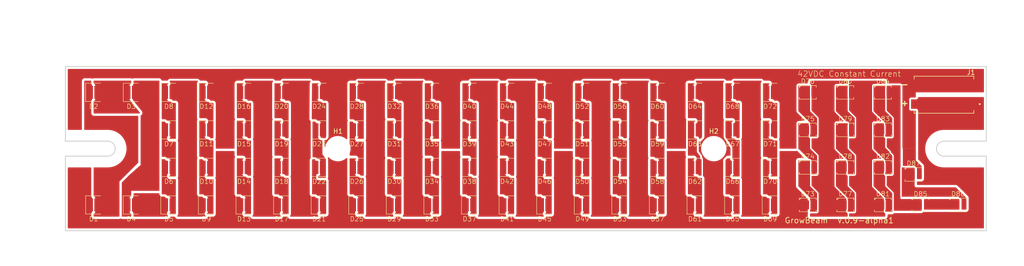
<source format=kicad_pcb>
(kicad_pcb (version 20241229) (generator "pcbnew") (generator_version "9.0")
  (layers (0 "F.Cu" signal) (2 "B.Cu" signal) (13 "F.Paste" user) (15 "B.Paste" user) (5 "F.SilkS" user "F.Silkscreen") (7 "B.SilkS" user "B.Silkscreen") (1 "F.Mask" user) (3 "B.Mask" user) (25 "Edge.Cuts" user))
  (net 0 "")
  (net 1 "Net-(D1-K)")
  (net 2 "+VDC")
  (net 3 "Net-(D2-K)")
  (net 4 "Net-(D3-K)")
  (net 5 "Net-(D4-K)")
  (net 6 "Net-(D5-K)")
  (net 7 "Net-(D6-K)")
  (net 8 "Net-(D7-K)")
  (net 9 "Net-(D8-K)")
  (net 10 "Net-(D10-A)")
  (net 11 "Net-(D10-K)")
  (net 12 "Net-(D11-K)")
  (net 13 "-VDC")
  (net 14 "Net-(D13-K)")
  (net 15 "Net-(D14-K)")
  (net 16 "Net-(D15-K)")
  (net 17 "Net-(D16-K)")
  (net 18 "Net-(D17-K)")
  (net 19 "Net-(D18-K)")
  (net 20 "Net-(D19-K)")
  (net 21 "Net-(D20-K)")
  (net 22 "Net-(D21-K)")
  (net 23 "Net-(D22-K)")
  (net 24 "Net-(D23-K)")
  (net 25 "Net-(D25-K)")
  (net 26 "Net-(D26-K)")
  (net 27 "Net-(D27-K)")
  (net 28 "Net-(D28-K)")
  (net 29 "Net-(D29-K)")
  (net 30 "Net-(D30-K)")
  (net 31 "Net-(D31-K)")
  (net 32 "Net-(D32-K)")
  (net 33 "Net-(D33-K)")
  (net 34 "Net-(D34-K)")
  (net 35 "Net-(D35-K)")
  (net 36 "Net-(D37-K)")
  (net 37 "Net-(D38-K)")
  (net 38 "Net-(D39-K)")
  (net 39 "Net-(D40-K)")
  (net 40 "Net-(D41-K)")
  (net 41 "Net-(D42-K)")
  (net 42 "Net-(D43-K)")
  (net 43 "Net-(D44-K)")
  (net 44 "Net-(D45-K)")
  (net 45 "Net-(D46-K)")
  (net 46 "Net-(D47-K)")
  (net 47 "Net-(D49-K)")
  (net 48 "Net-(D50-K)")
  (net 49 "Net-(D51-K)")
  (net 50 "Net-(D52-K)")
  (net 51 "Net-(D53-K)")
  (net 52 "Net-(D54-K)")
  (net 53 "Net-(D55-K)")
  (net 54 "Net-(D56-K)")
  (net 55 "Net-(D57-K)")
  (net 56 "Net-(D58-K)")
  (net 57 "Net-(D59-K)")
  (net 58 "Net-(D61-K)")
  (net 59 "Net-(D62-K)")
  (net 60 "Net-(D63-K)")
  (net 61 "Net-(D64-K)")
  (net 62 "Net-(D65-K)")
  (net 63 "Net-(D66-K)")
  (net 64 "Net-(D67-K)")
  (net 65 "Net-(D68-K)")
  (net 66 "Net-(D69-K)")
  (net 67 "Net-(D70-K)")
  (net 68 "Net-(D71-K)")
  (net 69 "Net-(D73-K)")
  (net 70 "Net-(D74-K)")
  (net 71 "Net-(D75-K)")
  (net 72 "Net-(D76-K)")
  (net 73 "Net-(D77-K)")
  (net 74 "Net-(D78-K)")
  (net 75 "Net-(D79-K)")
  (net 76 "Net-(D80-K)")
  (net 77 "Net-(D81-K)")
  (net 78 "Net-(D82-K)")
  (net 79 "Net-(D83-K)")
  (net 80 "Net-(D84-K)")
  (net 81 "Net-(D85-K)")
  (net 82 "Net-(D86-K)")
  (footprint "LED_LM301H:LED_LM301H_1212" (layer "F.Cu") (at 114 89.5 180)
    (property "Reference" "D25")
    (property "Value" "WHITE" (hide yes))
  )
  (footprint "LED_LUMILEDS:LED-SP2835-LUMILEDS" (layer "F.Cu") (at 226 81.5)
    (property "Reference" "D82")
    (property "Value" "RED" (hide yes))
  )
  (footprint "LED_LUMILEDS:LED-SP2835-LUMILEDS" (layer "F.Cu") (at 226 65.5)
    (property "Reference" "D84")
    (property "Value" "RED" (hide yes))
  )
  (footprint "LED_LM301H:LED_LM301H_1212" (layer "F.Cu") (at 114 73.5 180)
    (property "Reference" "D27")
    (property "Value" "WHITE" (hide yes))
  )
  (footprint "LED_LM301H:LED_LM301H_1212" (layer "F.Cu") (at 178 73.5 180)
    (property "Reference" "D59")
    (property "Value" "WHITE" (hide yes))
  )
  (footprint "LED_LM301H:LED_LM301H_1212" (layer "F.Cu") (at 98 65.5 180)
    (property "Reference" "D20")
    (property "Value" "WHITE" (hide yes))
  )
  (footprint "LED_LM301H:LED_LM301H_1212" (layer "F.Cu") (at 146 89.5 180)
    (property "Reference" "D41")
    (property "Value" "WHITE" (hide yes))
  )
  (footprint "LED_LM301H:LED_LM301H_1212" (layer "F.Cu") (at 146 81.5 180)
    (property "Reference" "D42")
    (property "Value" "WHITE" (hide yes))
  )
  (footprint "LED_LM301H:LED_LM301H_1212" (layer "F.Cu") (at 82 65.5 180)
    (property "Reference" "D12")
    (property "Value" "WHITE" (hide yes))
  )
  (footprint "LED_LUMILEDS:LED-SP2835-LUMILEDS" (layer "F.Cu") (at 210 89.5)
    (property "Reference" "D73")
    (property "Value" "RED" (hide yes))
  )
  (footprint "LED_LM301H:LED_LM301H_1212" (layer "F.Cu") (at 154 81.5 180)
    (property "Reference" "D46")
    (property "Value" "WHITE" (hide yes))
  )
  (footprint "LED_LM301H:LED_LM301H_1212" (layer "F.Cu") (at 178 81.5 180)
    (property "Reference" "D58")
    (property "Value" "WHITE" (hide yes))
  )
  (footprint "LED_LM301H:LED_LM301H_1212" (layer "F.Cu") (at 162 89.5 180)
    (property "Reference" "D49")
    (property "Value" "WHITE" (hide yes))
  )
  (footprint "LED_LM301H:LED_LM301H_1212" (layer "F.Cu") (at 74 65.5 180)
    (property "Reference" "D8")
    (property "Value" "WHITE" (hide yes))
  )
  (footprint "LED_LUMILEDS:LED-SP2835-LUMILEDS" (layer "F.Cu") (at 232.5 83)
    (property "Reference" "D87")
    (property "Value" "RED" (hide yes))
  )
  (footprint "LED_LM301H:LED_LM301H_1212" (layer "F.Cu") (at 74 81.5 180)
    (property "Reference" "D6")
    (property "Value" "WHITE" (hide yes))
  )
  (footprint "LED_LM301H:LED_LM301H_1212" (layer "F.Cu") (at 122 89.5 180)
    (property "Reference" "D29")
    (property "Value" "WHITE" (hide yes))
  )
  (footprint "LED_LUMILEDS:LED-SP2835-LUMILEDS" (layer "F.Cu") (at 226 89.5)
    (property "Reference" "D81")
    (property "Value" "RED" (hide yes))
  )
  (footprint "LED_LM301H:LED_LM301H_1212" (layer "F.Cu") (at 122 65.5 180)
    (property "Reference" "D32")
    (property "Value" "WHITE" (hide yes))
  )
  (footprint "LED_LM301H:LED_LM301H_1212" (layer "F.Cu") (at 90 65.5 180)
    (property "Reference" "D16")
    (property "Value" "WHITE" (hide yes))
  )
  (footprint "LED_LM301H:LED_LM301H_1212" (layer "F.Cu") (at 186 89.5 180)
    (property "Reference" "D61")
    (property "Value" "WHITE" (hide yes))
  )
  (footprint "LED_LM301H:LED_LM301H_1212" (layer "F.Cu") (at 186 73.5 180)
    (property "Reference" "D63")
    (property "Value" "WHITE" (hide yes))
  )
  (footprint "LED_LUMILEDS:LED-SP2835-LUMILEDS" (layer "F.Cu") (at 218 73.5)
    (property "Reference" "D79")
    (property "Value" "RED" (hide yes))
  )
  (footprint "LED_LM301H:LED_LM301H_1212" (layer "F.Cu") (at 146 73.5 180)
    (property "Reference" "D43")
    (property "Value" "WHITE" (hide yes))
  )
  (footprint "LED_LM301H:LED_LM301H_1212" (layer "F.Cu") (at 202 73.5 180)
    (property "Reference" "D71")
    (property "Value" "WHITE" (hide yes))
  )
  (footprint "LED_LM301H:LED_LM301H_1212" (layer "F.Cu") (at 186 65.5 180)
    (property "Reference" "D64")
    (property "Value" "WHITE" (hide yes))
  )
  (footprint "LED_LUMILEDS:LED-SP2835-LUMILEDS" (layer "F.Cu") (at 210 73.5)
    (property "Reference" "D75")
    (property "Value" "RED" (hide yes))
  )
  (footprint "LED_LM301H:LED_LM301H_1212" (layer "F.Cu") (at 74 89.5 180)
    (property "Reference" "D5")
    (property "Value" "WHITE" (hide yes))
  )
  (footprint "LED_LM301H:LED_LM301H_1212" (layer "F.Cu") (at 154 73.5 180)
    (property "Reference" "D47")
    (property "Value" "WHITE" (hide yes))
  )
  (footprint "LED_LUMILEDS:LED-SP2835-LUMILEDS" (layer "F.Cu") (at 234 89.5)
    (property "Reference" "D85")
    (property "Value" "RED" (hide yes))
  )
  (footprint "LED_LM301H:LED_LM301H_1212" (layer "F.Cu") (at 90 81.5 180)
    (property "Reference" "D14")
    (property "Value" "WHITE" (hide yes))
  )
  (footprint "LED_LM301H:LED_LM301H_1212" (layer "F.Cu") (at 194 89.5 180)
    (property "Reference" "D65")
    (property "Value" "WHITE" (hide yes))
  )
  (footprint "LED_LM301H:LED_LM301H_1212" (layer "F.Cu") (at 170 65.5 180)
    (property "Reference" "D56")
    (property "Value" "WHITE" (hide yes))
  )
  (footprint "LED_LM301H:LED_LM301H_1212" (layer "F.Cu") (at 82 89.5 180)
    (property "Reference" "D9")
    (property "Value" "WHITE" (hide yes))
  )
  (footprint "LED_LM301H:LED_LM301H_1212" (layer "F.Cu") (at 130 89.5 180)
    (property "Reference" "D33")
    (property "Value" "WHITE" (hide yes))
  )
  (footprint "LED_LM301H:LED_LM301H_1212" (layer "F.Cu") (at 146 65.5 180)
    (property "Reference" "D44")
    (property "Value" "WHITE" (hide yes))
  )
  (footprint "LED_LM301H:LED_LM301H_1212" (layer "F.Cu") (at 170 73.5 180)
    (property "Reference" "D55")
    (property "Value" "WHITE" (hide yes))
  )
  (footprint "LED_LM301H:LED_LM301H_1212" (layer "F.Cu") (at 58 89.5 180)
    (property "Reference" "D1")
    (property "Value" "WHITE" (hide yes))
  )
  (footprint "TerminalBlock_WAGO:WAGO_2060-452_998-404" (layer "F.Cu") (at 239 66 180)
    (property "Reference" "J1")
    (property "Value" "Conn_01x02" (hide yes))
  )
  (footprint "LED_LM301H:LED_LM301H_1212" (layer "F.Cu") (at 170 81.5 180)
    (property "Reference" "D54")
    (property "Value" "WHITE" (hide yes))
  )
  (footprint "ProjectSpecific:MountingHole_2.7mm" (layer "F.Cu") (at 110 77.5)
    (property "Reference" "H1")
    (property "Value" "MountingHole")
  )
  (footprint "LED_LM301H:LED_LM301H_1212" (layer "F.Cu") (at 122 73.5 180)
    (property "Reference" "D31")
    (property "Value" "WHITE" (hide yes))
  )
  (footprint "LED_LM301H:LED_LM301H_1212" (layer "F.Cu") (at 162 81.5 180)
    (property "Reference" "D50")
    (property "Value" "WHITE" (hide yes))
  )
  (footprint "LED_LM301H:LED_LM301H_1212" (layer "F.Cu") (at 186 81.5 180)
    (property "Reference" "D62")
    (property "Value" "WHITE" (hide yes))
  )
  (footprint "LED_LM301H:LED_LM301H_1212" (layer "F.Cu") (at 154 65.5 180)
    (property "Reference" "D48")
    (property "Value" "WHITE" (hide yes))
  )
  (footprint "LED_LM301H:LED_LM301H_1212" (layer "F.Cu") (at 138 65.5 180)
    (property "Reference" "D40")
    (property "Value" "WHITE" (hide yes))
  )
  (footprint "LED_LM301H:LED_LM301H_1212" (layer "F.Cu") (at 178 65.5 180)
    (property "Reference" "D60")
    (property "Value" "WHITE" (hide yes))
  )
  (footprint "LED_LM301H:LED_LM301H_1212" (layer "F.Cu") (at 130 81.5 180)
    (property "Reference" "D34")
    (property "Value" "WHITE" (hide yes))
  )
  (footprint "LED_LM301H:LED_LM301H_1212" (layer "F.Cu") (at 162 65.5 180)
    (property "Reference" "D52")
    (property "Value" "WHITE" (hide yes))
  )
  (footprint "LED_LM301H:LED_LM301H_1212" (layer "F.Cu") (at 98 73.5 180)
    (property "Reference" "D19")
    (property "Value" "WHITE" (hide yes))
  )
  (footprint "LED_LUMILEDS:LED-SP2835-LUMILEDS" (layer "F.Cu") (at 226 73.5)
    (property "Reference" "D83")
    (property "Value" "RED" (hide yes))
  )
  (footprint "LED_LUMILEDS:LED-SP2835-LUMILEDS" (layer "F.Cu") (at 210 81.5)
    (property "Reference" "D74")
    (property "Value" "RED" (hide yes))
  )
  (footprint "LED_LM301H:LED_LM301H_1212" (layer "F.Cu") (at 130 73.5 180)
    (property "Reference" "D35")
    (property "Value" "WHITE" (hide yes))
  )
  (footprint "LED_LM301H:LED_LM301H_1212" (layer "F.Cu") (at 162 73.5 180)
    (property "Reference" "D51")
    (property "Value" "WHITE" (hide yes))
  )
  (footprint "LED_LM301H:LED_LM301H_1212" (layer "F.Cu") (at 106 65.5 180)
    (property "Reference" "D24")
    (property "Value" "WHITE" (hide yes))
  )
  (footprint "LED_LM301H:LED_LM301H_1212" (layer "F.Cu") (at 122 81.5 180)
    (property "Reference" "D30")
    (property "Value" "WHITE" (hide yes))
  )
  (footprint "LED_LM301H:LED_LM301H_1212" (layer "F.Cu") (at 98 89.5 180)
    (property "Reference" "D17")
    (property "Value" "WHITE" (hide yes))
  )
  (footprint "LED_LM301H:LED_LM301H_1212" (layer "F.Cu") (at 114 65.5 180)
    (property "Reference" "D28")
    (property "Value" "WHITE" (hide yes))
  )
  (footprint "LED_LUMILEDS:LED-SP2835-LUMILEDS" (layer "F.Cu") (at 242 89.5)
    (property "Reference" "D86")
    (property "Value" "RED" (hide yes))
  )
  (footprint "LED_LM301H:LED_LM301H_1212" (layer "F.Cu") (at 58 65.5 180)
    (property "Reference" "D2")
    (property "Value" "WHITE" (hide yes))
  )
  (footprint "LED_LUMILEDS:LED-SP2835-LUMILEDS" (layer "F.Cu") (at 218 65.5)
    (property "Reference" "D80")
    (property "Value" "RED" (hide yes))
  )
  (footprint "LED_LUMILEDS:LED-SP2835-LUMILEDS" (layer "F.Cu") (at 218 81.5)
    (property "Reference" "D78")
    (property "Value" "RED" (hide yes))
  )
  (footprint "LED_LM301H:LED_LM301H_1212" (layer "F.Cu") (at 130 65.5 180)
    (property "Reference" "D36")
    (property "Value" "WHITE" (hide yes))
  )
  (footprint "LED_LM301H:LED_LM301H_1212" (layer "F.Cu") (at 106 89.5 180)
    (property "Reference" "D21")
    (property "Value" "WHITE" (hide yes))
  )
  (footprint "LED_LUMILEDS:LED-SP2835-LUMILEDS" (layer "F.Cu") (at 210 65.5)
    (property "Reference" "D76")
    (property "Value" "RED" (hide yes))
  )
  (footprint "LED_LM301H:LED_LM301H_1212" (layer "F.Cu") (at 82 81.5 180)
    (property "Reference" "D10")
    (property "Value" "WHITE" (hide yes))
  )
  (footprint "LED_LM301H:LED_LM301H_1212" (layer "F.Cu") (at 90 89.5 180)
    (property "Reference" "D13")
    (property "Value" "WHITE" (hide yes))
  )
  (footprint "LED_LM301H:LED_LM301H_1212" (layer "F.Cu") (at 106 81.5 180)
    (property "Reference" "D22")
    (property "Value" "WHITE" (hide yes))
  )
  (footprint "LED_LM301H:LED_LM301H_1212" (layer "F.Cu") (at 202 65.5 180)
    (property "Reference" "D72")
    (property "Value" "WHITE" (hide yes))
  )
  (footprint "LED_LM301H:LED_LM301H_1212" (layer "F.Cu") (at 202 81.5 180)
    (property "Reference" "D70")
    (property "Value" "WHITE" (hide yes))
  )
  (footprint "LED_LM301H:LED_LM301H_1212" (layer "F.Cu") (at 194 65.5 180)
    (property "Reference" "D68")
    (property "Value" "WHITE" (hide yes))
  )
  (footprint "LED_LM301H:LED_LM301H_1212" (layer "F.Cu") (at 82 73.5 180)
    (property "Reference" "D11")
    (property "Value" "WHITE" (hide yes))
  )
  (footprint "LED_LM301H:LED_LM301H_1212" (layer "F.Cu") (at 138 73.5 180)
    (property "Reference" "D39")
    (property "Value" "WHITE" (hide yes))
  )
  (footprint "LED_LM301H:LED_LM301H_1212" (layer "F.Cu") (at 194 81.5 180)
    (property "Reference" "D66")
    (property "Value" "WHITE" (hide yes))
  )
  (footprint "LED_LM301H:LED_LM301H_1212" (layer "F.Cu") (at 194 73.5 180)
    (property "Reference" "D67")
    (property "Value" "WHITE" (hide yes))
  )
  (footprint "LED_LM301H:LED_LM301H_1212" (layer "F.Cu") (at 154 89.5 180)
    (property "Reference" "D45")
    (property "Value" "WHITE" (hide yes))
  )
  (footprint "LED_LM301H:LED_LM301H_1212" (layer "F.Cu") (at 66 89.5 180)
    (property "Reference" "D4")
    (property "Value" "WHITE" (hide yes))
  )
  (footprint "LED_LM301H:LED_LM301H_1212" (layer "F.Cu") (at 178 89.5 180)
    (property "Reference" "D57")
    (property "Value" "WHITE" (hide yes))
  )
  (footprint "LED_LM301H:LED_LM301H_1212" (layer "F.Cu") (at 202 89.5 180)
    (property "Reference" "D69")
    (property "Value" "WHITE" (hide yes))
  )
  (footprint "LED_LM301H:LED_LM301H_1212" (layer "F.Cu") (at 98 81.5 180)
    (property "Reference" "D18")
    (property "Value" "WHITE" (hide yes))
  )
  (footprint "LED_LM301H:LED_LM301H_1212" (layer "F.Cu") (at 170 89.5 180)
    (property "Reference" "D53")
    (property "Value" "WHITE" (hide yes))
  )
  (footprint "LED_LUMILEDS:LED-SP2835-LUMILEDS" (layer "F.Cu") (at 218 89.5)
    (property "Reference" "D77")
    (property "Value" "RED" (hide yes))
  )
  (footprint "LED_LM301H:LED_LM301H_1212" (layer "F.Cu") (at 106 73.5 180)
    (property "Reference" "D23")
    (property "Value" "WHITE" (hide yes))
  )
  (footprint "ProjectSpecific:MountingHole_2.7mm" (layer "F.Cu") (at 190 77.5)
    (property "Reference" "H2")
    (property "Value" "MountingHole")
  )
  (footprint "LED_LM301H:LED_LM301H_1212" (layer "F.Cu") (at 138 81.5 180)
    (property "Reference" "D38")
    (property "Value" "WHITE" (hide yes))
  )
  (footprint "LED_LM301H:LED_LM301H_1212" (layer "F.Cu") (at 74 73.5 180)
    (property "Reference" "D7")
    (property "Value" "WHITE" (hide yes))
  )
  (footprint "LED_LM301H:LED_LM301H_1212" (layer "F.Cu") (at 90 73.5 180)
    (property "Reference" "D15")
    (property "Value" "WHITE" (hide yes))
  )
  (footprint "LED_LM301H:LED_LM301H_1212" (layer "F.Cu") (at 66 65.5 180)
    (property "Reference" "D3")
    (property "Value" "WHITE" (hide yes))
  )
  (footprint "LED_LM301H:LED_LM301H_1212" (layer "F.Cu") (at 138 89.5 180)
    (property "Reference" "D37")
    (property "Value" "WHITE" (hide yes))
  )
  (footprint "LED_LM301H:LED_LM301H_1212" (layer "F.Cu") (at 114 81.5 180)
    (property "Reference" "D26")
    (property "Value" "WHITE" (hide yes))
  )
  (gr_arc (start 61 75.9) (mid 62.6 77.5) (end 61 79.1) (stroke (width 0.2)) (layer "Edge.Cuts"))
  (gr_line (start 239 75.9) (end 247.999996 75.9) (stroke (width 0.2)) (layer "Edge.Cuts"))
  (gr_line (start 61 79.1) (end 52 79.1) (stroke (width 0.2)) (layer "Edge.Cuts"))
  (gr_line (start 52 60) (end 247.999996 60) (stroke (width 0.2)) (layer "Edge.Cuts"))
  (gr_line (start 52 95) (end 248 95) (stroke (width 0.2)) (layer "Edge.Cuts"))
  (gr_line (start 239 79.1) (end 247.999997 79.1) (stroke (width 0.2)) (layer "Edge.Cuts"))
  (gr_line (start 61 75.9) (end 52 75.9) (stroke (width 0.2)) (layer "Edge.Cuts"))
  (gr_arc (start 239 79.1) (mid 237.4 77.5) (end 239 75.9) (stroke (width 0.2)) (layer "Edge.Cuts"))
  (gr_line (start 247.999996 75.9) (end 247.999996 60) (stroke (width 0.2)) (layer "Edge.Cuts"))
  (gr_line (start 52 95) (end 52 79.1) (stroke (width 0.2)) (layer "Edge.Cuts"))
  (gr_line (start 52 75.9) (end 52 60) (stroke (width 0.2)) (layer "Edge.Cuts"))
  (gr_line (start 248 95) (end 247.999997 79.1) (stroke (width 0.2)) (layer "Edge.Cuts"))
  (gr_text "v.0.9-alpha1" (at 216.25 93.5 0) (layer "F.SilkS") (effects (font (size 1.2 1.2)) (justify left bottom)))
  (gr_text "GrowBeam" (at 205 93.5 0) (layer "F.SilkS") (effects (font (size 1.2 1.2)) (justify left bottom)))
  (gr_text "-" (at 229.75 64.5 0) (layer "F.SilkS") (effects (font (size 1.2 1.2) (thickness 0.24) (bold yes)) (justify left bottom)))
  (gr_text "+" (at 229.75 68.5 0) (layer "F.SilkS") (effects (font (size 1.2 1.2) (thickness 0.24) (bold yes)) (justify left bottom)))
  (gr_text "42VDC Constant Current " (at 207.75 62.25 0) (layer "F.SilkS") (effects (font (size 1.2 1.2) (thickness 0.1)) (justify left bottom)))
  (segment (start 233.75 68) (end 243 68) (width 0.6) (layer "F.Cu") (net 2))
  (segment (start 58.775 65.5) (end 65.225 65.5) (width 0.3) (layer "F.Cu") (net 3))
  (segment (start 65.225 88.0945) (end 65.225 89.5) (width 0.3) (layer "F.Cu") (net 4))
  (segment (start 66.775 89.5) (end 73.225 89.5) (width 0.3) (layer "F.Cu") (net 5))
  (segment (start 74.775 86.775) (end 73.225 85.225) (width 0.3) (layer "F.Cu") (net 6))
  (segment (start 74.775 89.5) (end 74.775 86.775) (width 0.3) (layer "F.Cu") (net 6))
  (segment (start 73.225 85.225) (end 73.225 81.5) (width 0.3) (layer "F.Cu") (net 6))
  (segment (start 73.225 77.725) (end 73.225 73.5) (width 0.3) (layer "F.Cu") (net 7))
  (segment (start 74.775 81.5) (end 74.775 79.275) (width 0.3) (layer "F.Cu") (net 7))
  (segment (start 74.775 79.275) (end 73.225 77.725) (width 0.3) (layer "F.Cu") (net 7))
  (segment (start 74.775 73.5) (end 74.775 71.275) (width 0.3) (layer "F.Cu") (net 8))
  (segment (start 74.775 71.275) (end 73.225 69.725) (width 0.3) (layer "F.Cu") (net 8))
  (segment (start 73.225 69.725) (end 73.225 65.5) (width 0.3) (layer "F.Cu") (net 8))
  (segment (start 82.775 89.5) (end 82.775 86.775) (width 0.3) (layer "F.Cu") (net 10))
  (segment (start 81.225 85.225) (end 81.225 81.5) (width 0.3) (layer "F.Cu") (net 10))
  (segment (start 82.775 86.775) (end 81.225 85.225) (width 0.3) (layer "F.Cu") (net 10))
  (segment (start 82.775 78.775) (end 81.225 77.225) (width 0.3) (layer "F.Cu") (net 11))
  (segment (start 81.225 77.225) (end 81.225 73.5) (width 0.3) (layer "F.Cu") (net 11))
  (segment (start 82.775 81.5) (end 82.775 78.775) (width 0.3) (layer "F.Cu") (net 11))
  (segment (start 82.775 70.775) (end 81.225 69.225) (width 0.3) (layer "F.Cu") (net 12))
  (segment (start 82.775 73.5) (end 82.775 70.775) (width 0.3) (layer "F.Cu") (net 12))
  (segment (start 81.225 69.225) (end 81.225 65.5) (width 0.3) (layer "F.Cu") (net 12))
  (segment (start 156.5 60.801) (end 133 60.801) (width 0.6) (layer "F.Cu") (net 13))
  (segment (start 202.775 62.526) (end 204.5 60.801) (width 0.6) (layer "F.Cu") (net 13))
  (segment (start 133 60.801) (end 109.5 60.801) (width 0.6) (layer "F.Cu") (net 13))
  (segment (start 87.474 60.801) (end 82.775 65.5) (width 0.6) (layer "F.Cu") (net 13))
  (segment (start 202.775 65.5) (end 202.775 62.526) (width 0.6) (layer "F.Cu") (net 13))
  (segment (start 230.301 60.801) (end 204.5 60.801) (width 0.6) (layer "F.Cu") (net 13))
  (segment (start 154.775 65.5) (end 154.775 62.526) (width 0.6) (layer "F.Cu") (net 13))
  (segment (start 154.775 62.526) (end 156.5 60.801) (width 0.6) (layer "F.Cu") (net 13))
  (segment (start 106.775 65.5) (end 106.775 62.8755) (width 0.6) (layer "F.Cu") (net 13))
  (segment (start 130.775 63.026) (end 133 60.801) (width 0.6) (layer "F.Cu") (net 13))
  (segment (start 243 64) (end 233.75 64) (width 0.6) (layer "F.Cu") (net 13))
  (segment (start 204.5 60.801) (end 180.5 60.801) (width 0.6) (layer "F.Cu") (net 13))
  (segment (start 178.775 65.5) (end 178.775 62.526) (width 0.6) (layer "F.Cu") (net 13))
  (segment (start 178.775 62.526) (end 180.5 60.801) (width 0.6) (layer "F.Cu") (net 13))
  (segment (start 109.5 60.801) (end 87.474 60.801) (width 0.6) (layer "F.Cu") (net 13))
  (segment (start 130.775 65.5) (end 130.775 63.026) (width 0.6) (layer "F.Cu") (net 13))
  (segment (start 180.5 60.801) (end 156.5 60.801) (width 0.6) (layer "F.Cu") (net 13))
  (segment (start 233.75 64) (end 233.5 64) (width 0.6) (layer "F.Cu") (net 13))
  (segment (start 108.8495 60.801) (end 109.5 60.801) (width 0.6) (layer "F.Cu") (net 13))
  (segment (start 233.5 64) (end 230.301 60.801) (width 0.6) (layer "F.Cu") (net 13))
  (segment (start 106.775 62.8755) (end 108.8495 60.801) (width 0.6) (layer "F.Cu") (net 13))
  (segment (start 90.775 86.775) (end 89.225 85.225) (width 0.3) (layer "F.Cu") (net 14))
  (segment (start 90.775 89.5) (end 90.775 86.775) (width 0.3) (layer "F.Cu") (net 14))
  (segment (start 89.225 85.225) (end 89.225 81.5) (width 0.3) (layer "F.Cu") (net 14))
  (segment (start 90.775 81.5) (end 90.775 78.775) (width 0.3) (layer "F.Cu") (net 15))
  (segment (start 89.225 77.225) (end 89.225 73.5) (width 0.3) (layer "F.Cu") (net 15))
  (segment (start 90.775 78.775) (end 89.225 77.225) (width 0.3) (layer "F.Cu") (net 15))
  (segment (start 89.225 69.725) (end 89.225 65.5) (width 0.3) (layer "F.Cu") (net 16))
  (segment (start 90.775 71.275) (end 89.225 69.725) (width 0.3) (layer "F.Cu") (net 16))
  (segment (start 90.775 73.5) (end 90.775 71.275) (width 0.3) (layer "F.Cu") (net 16))
  (segment (start 98.775 86.275) (end 97.225 84.725) (width 0.3) (layer "F.Cu") (net 18))
  (segment (start 98.775 89.5) (end 98.775 86.275) (width 0.3) (layer "F.Cu") (net 18))
  (segment (start 97.225 84.725) (end 97.225 81.5) (width 0.3) (layer "F.Cu") (net 18))
  (segment (start 98.775 81.5) (end 98.775 78.775) (width 0.3) (layer "F.Cu") (net 19))
  (segment (start 98.775 78.775) (end 97.225 77.225) (width 0.3) (layer "F.Cu") (net 19))
  (segment (start 97.225 77.225) (end 97.225 73.5) (width 0.3) (layer "F.Cu") (net 19))
  (segment (start 97.225 69.225) (end 97.225 65.5) (width 0.3) (layer "F.Cu") (net 20))
  (segment (start 98.775 73.5) (end 98.775 70.775) (width 0.3) (layer "F.Cu") (net 20))
  (segment (start 98.775 70.775) (end 97.225 69.225) (width 0.3) (layer "F.Cu") (net 20))
  (segment (start 105.225 85.225) (end 105.225 81.5) (width 0.3) (layer "F.Cu") (net 22))
  (segment (start 106.775 89.5) (end 106.775 86.775) (width 0.3) (layer "F.Cu") (net 22))
  (segment (start 106.775 86.775) (end 105.225 85.225) (width 0.3) (layer "F.Cu") (net 22))
  (segment (start 105.225 69.225) (end 105.225 65.5) (width 0.3) (layer "F.Cu") (net 24))
  (segment (start 106.775 70.775) (end 105.225 69.225) (width 0.3) (layer "F.Cu") (net 24))
  (segment (start 106.775 73.5) (end 106.775 70.775) (width 0.3) (layer "F.Cu") (net 24))
  (segment (start 113.225 85.225) (end 113.225 81.5) (width 0.3) (layer "F.Cu") (net 25))
  (segment (start 114.775 89.5) (end 114.775 86.775) (width 0.3) (layer "F.Cu") (net 25))
  (segment (start 114.775 86.775) (end 113.225 85.225) (width 0.3) (layer "F.Cu") (net 25))
  (segment (start 114.775 81.5) (end 114.775 78.275) (width 0.3) (layer "F.Cu") (net 26))
  (segment (start 113.225 76.725) (end 113.225 73.5) (width 0.3) (layer "F.Cu") (net 26))
  (segment (start 114.775 78.275) (end 113.225 76.725) (width 0.3) (layer "F.Cu") (net 26))
  (segment (start 113.225 69.225) (end 113.225 65.5) (width 0.3) (layer "F.Cu") (net 27))
  (segment (start 114.775 70.775) (end 113.225 69.225) (width 0.3) (layer "F.Cu") (net 27))
  (segment (start 114.775 73.5) (end 114.775 70.775) (width 0.3) (layer "F.Cu") (net 27))
  (segment (start 122.775 86.275) (end 121.225 84.725) (width 0.3) (layer "F.Cu") (net 29))
  (segment (start 122.775 89.5) (end 122.775 86.275) (width 0.3) (layer "F.Cu") (net 29))
  (segment (start 121.225 84.725) (end 121.225 81.5) (width 0.3) (layer "F.Cu") (net 29))
  (segment (start 122.775 81.5) (end 122.775 78.275) (width 0.3) (layer "F.Cu") (net 30))
  (segment (start 122.775 78.275) (end 121.225 76.725) (width 0.3) (layer "F.Cu") (net 30))
  (segment (start 121.225 76.725) (end 121.225 73.5) (width 0.3) (layer "F.Cu") (net 30))
  (segment (start 121.225 69.225) (end 121.225 65.5) (width 0.3) (layer "F.Cu") (net 31))
  (segment (start 122.775 70.775) (end 121.225 69.225) (width 0.3) (layer "F.Cu") (net 31))
  (segment (start 122.775 73.5) (end 122.775 70.775) (width 0.3) (layer "F.Cu") (net 31))
  (segment (start 130.775 86.275) (end 129.225 84.725) (width 0.3) (layer "F.Cu") (net 33))
  (segment (start 130.775 89.5) (end 130.775 86.275) (width 0.3) (layer "F.Cu") (net 33))
  (segment (start 129.225 84.725) (end 129.225 81.5) (width 0.3) (layer "F.Cu") (net 33))
  (segment (start 130.775 78.775) (end 129.225 77.225) (width 0.3) (layer "F.Cu") (net 34))
  (segment (start 129.225 77.225) (end 129.225 73.5) (width 0.3) (layer "F.Cu") (net 34))
  (segment (start 130.775 81.5) (end 130.775 78.775) (width 0.3) (layer "F.Cu") (net 34))
  (segment (start 130.775 73.5) (end 130.775 70.775) (width 0.3) (layer "F.Cu") (net 35))
  (segment (start 129.225 69.225) (end 129.225 65.5) (width 0.3) (layer "F.Cu") (net 35))
  (segment (start 130.775 70.775) (end 129.225 69.225) (width 0.3) (layer "F.Cu") (net 35))
  (segment (start 138.775 89.5) (end 138.775 86.775) (width 0.3) (layer "F.Cu") (net 36))
  (segment (start 137.225 85.225) (end 137.225 81.5) (width 0.3) (layer "F.Cu") (net 36))
  (segment (start 138.775 86.775) (end 137.225 85.225) (width 0.3) (layer "F.Cu") (net 36))
  (segment (start 137.225 77.225) (end 137.225 73.5) (width 0.3) (layer "F.Cu") (net 37))
  (segment (start 138.775 81.5) (end 138.775 78.775) (width 0.3) (layer "F.Cu") (net 37))
  (segment (start 138.775 78.775) (end 137.225 77.225) (width 0.3) (layer "F.Cu") (net 37))
  (segment (start 138.775 73.5) (end 138.775 70.275) (width 0.3) (layer "F.Cu") (net 38))
  (segment (start 137.225 68.725) (end 137.225 65.5) (width 0.3) (layer "F.Cu") (net 38))
  (segment (start 138.775 70.275) (end 137.225 68.725) (width 0.3) (layer "F.Cu") (net 38))
  (segment (start 146.775 86.275) (end 145.225 84.725) (width 0.3) (layer "F.Cu") (net 40))
  (segment (start 146.775 89.5) (end 146.775 86.275) (width 0.3) (layer "F.Cu") (net 40))
  (segment (start 145.225 84.725) (end 145.225 81.5) (width 0.3) (layer "F.Cu") (net 40))
  (segment (start 145.225 77.225) (end 145.225 73.5) (width 0.3) (layer "F.Cu") (net 41))
  (segment (start 146.775 81.5) (end 146.775 78.775) (width 0.3) (layer "F.Cu") (net 41))
  (segment (start 146.775 78.775) (end 145.225 77.225) (width 0.3) (layer "F.Cu") (net 41))
  (segment (start 145.225 69.225) (end 145.225 65.5) (width 0.3) (layer "F.Cu") (net 42))
  (segment (start 146.775 73.5) (end 146.775 70.775) (width 0.3) (layer "F.Cu") (net 42))
  (segment (start 146.775 70.775) (end 145.225 69.225) (width 0.3) (layer "F.Cu") (net 42))
  (segment (start 154.775 89.5) (end 154.775 86.275) (width 0.3) (layer "F.Cu") (net 44))
  (segment (start 154.775 86.275) (end 153.225 84.725) (width 0.3) (layer "F.Cu") (net 44))
  (segment (start 153.225 84.725) (end 153.225 81.5) (width 0.3) (layer "F.Cu") (net 44))
  (segment (start 154.775 81.5) (end 154.775 78.275) (width 0.3) (layer "F.Cu") (net 45))
  (segment (start 154.775 78.275) (end 153.225 76.725) (width 0.3) (layer "F.Cu") (net 45))
  (segment (start 153.225 76.725) (end 153.225 73.5) (width 0.3) (layer "F.Cu") (net 45))
  (segment (start 154.775 70.775) (end 153.225 69.225) (width 0.3) (layer "F.Cu") (net 46))
  (segment (start 154.775 73.5) (end 154.775 70.775) (width 0.3) (layer "F.Cu") (net 46))
  (segment (start 153.225 69.225) (end 153.225 65.5) (width 0.3) (layer "F.Cu") (net 46))
  (segment (start 162.775 86.275) (end 161.225 84.725) (width 0.3) (layer "F.Cu") (net 47))
  (segment (start 162.775 89.5) (end 162.775 86.275) (width 0.3) (layer "F.Cu") (net 47))
  (segment (start 161.225 84.725) (end 161.225 81.5) (width 0.3) (layer "F.Cu") (net 47))
  (segment (start 162.775 78.775) (end 161.225 77.225) (width 0.3) (layer "F.Cu") (net 48))
  (segment (start 161.225 77.225) (end 161.225 73.5) (width 0.3) (layer "F.Cu") (net 48))
  (segment (start 162.775 81.5) (end 162.775 78.775) (width 0.3) (layer "F.Cu") (net 48))
  (segment (start 162.775 70.775) (end 161.225 69.225) (width 0.3) (layer "F.Cu") (net 49))
  (segment (start 161.225 69.225) (end 161.225 65.5) (width 0.3) (layer "F.Cu") (net 49))
  (segment (start 162.775 73.5) (end 162.775 70.775) (width 0.3) (layer "F.Cu") (net 49))
  (segment (start 170.775 86.775) (end 169.225 85.225) (width 0.3) (layer "F.Cu") (net 51))
  (segment (start 170.775 89.5) (end 170.775 86.775) (width 0.3) (layer "F.Cu") (net 51))
  (segment (start 169.225 85.225) (end 169.225 81.5) (width 0.3) (layer "F.Cu") (net 51))
  (segment (start 169.225 77.225) (end 169.225 73.5) (width 0.3) (layer "F.Cu") (net 52))
  (segment (start 170.775 78.775) (end 169.225 77.225) (width 0.3) (layer "F.Cu") (net 52))
  (segment (start 170.775 81.5) (end 170.775 78.775) (width 0.3) (layer "F.Cu") (net 52))
  (segment (start 170.775 70.275) (end 169.225 68.725) (width 0.3) (layer "F.Cu") (net 53))
  (segment (start 170.775 73.5) (end 170.775 70.275) (width 0.3) (layer "F.Cu") (net 53))
  (segment (start 169.225 68.725) (end 169.225 65.5) (width 0.3) (layer "F.Cu") (net 53))
  (segment (start 177.225 85.225) (end 177.225 81.5) (width 0.3) (layer "F.Cu") (net 55))
  (segment (start 178.775 89.5) (end 178.775 86.775) (width 0.3) (layer "F.Cu") (net 55))
  (segment (start 178.775 86.775) (end 177.225 85.225) (width 0.3) (layer "F.Cu") (net 55))
  (segment (start 178.775 78.275) (end 177.225 76.725) (width 0.3) (layer "F.Cu") (net 56))
  (segment (start 177.225 76.725) (end 177.225 73.5) (width 0.3) (layer "F.Cu") (net 56))
  (segment (start 178.775 81.5) (end 178.775 78.275) (width 0.3) (layer "F.Cu") (net 56))
  (segment (start 178.775 73.5) (end 178.775 70.275) (width 0.3) (layer "F.Cu") (net 57))
  (segment (start 178.775 70.275) (end 177.225 68.725) (width 0.3) (layer "F.Cu") (net 57))
  (segment (start 177.225 68.725) (end 177.225 65.5) (width 0.3) (layer "F.Cu") (net 57))
  (segment (start 185.225 84.725) (end 185.225 81.5) (width 0.3) (layer "F.Cu") (net 58))
  (segment (start 186.775 89.5) (end 186.775 86.275) (width 0.3) (layer "F.Cu") (net 58))
  (segment (start 186.775 86.275) (end 185.225 84.725) (width 0.3) (layer "F.Cu") (net 58))
  (segment (start 186.775 70.275) (end 185.225 68.725) (width 0.3) (layer "F.Cu") (net 60))
  (segment (start 186.775 73.5) (end 186.775 70.275) (width 0.3) (layer "F.Cu") (net 60))
  (segment (start 185.225 68.725) (end 185.225 65.5) (width 0.3) (layer "F.Cu") (net 60))
  (segment (start 193.225 85.225) (end 193.225 81.5) (width 0.3) (layer "F.Cu") (net 62))
  (segment (start 194.775 86.775) (end 193.225 85.225) (width 0.3) (layer "F.Cu") (net 62))
  (segment (start 194.775 89.5) (end 194.775 86.775) (width 0.3) (layer "F.Cu") (net 62))
  (segment (start 193.225 69.725) (end 193.225 65.5) (width 0.3) (layer "F.Cu") (net 64))
  (segment (start 194.775 71.275) (end 193.225 69.725) (width 0.3) (layer "F.Cu") (net 64))
  (segment (start 194.775 73.5) (end 194.775 71.275) (width 0.3) (layer "F.Cu") (net 64))
  (segment (start 202.775 89.5) (end 202.775 86.775) (width 0.3) (layer "F.Cu") (net 66))
  (segment (start 201.225 85.225) (end 201.225 81.5) (width 0.3) (layer "F.Cu") (net 66))
  (segment (start 202.775 86.775) (end 201.225 85.225) (width 0.3) (layer "F.Cu") (net 66))
  (segment (start 202.775 79.275) (end 201.225 77.725) (width 0.3) (layer "F.Cu") (net 67))
  (segment (start 201.225 77.725) (end 201.225 73.5) (width 0.3) (layer "F.Cu") (net 67))
  (segment (start 202.775 81.5) (end 202.775 79.275) (width 0.3) (layer "F.Cu") (net 67))
  (segment (start 202.775 73.5) (end 202.775 70.775) (width 0.3) (layer "F.Cu") (net 68))
  (segment (start 201.225 69.225) (end 201.225 65.5) (width 0.3) (layer "F.Cu") (net 68))
  (segment (start 202.775 70.775) (end 201.225 69.225) (width 0.3) (layer "F.Cu") (net 68))
  (segment (start 211.265 86.765) (end 209.265 84.765) (width 0.3) (layer "F.Cu") (net 69))
  (segment (start 209.265 84.765) (end 209.265 81.5) (width 0.3) (layer "F.Cu") (net 69))
  (segment (start 211.265 89.5) (end 211.265 86.765) (width 0.3) (layer "F.Cu") (net 69))
  (segment (start 211.265 81.5) (end 211.265 79.265) (width 0.3) (layer "F.Cu") (net 70))
  (segment (start 211.265 79.265) (end 209.265 77.265) (width 0.3) (layer "F.Cu") (net 70))
  (segment (start 209.265 77.265) (end 209.265 73.5) (width 0.3) (layer "F.Cu") (net 70))
  (segment (start 211.265 71.265) (end 209.265 69.265) (width 0.3) (layer "F.Cu") (net 71))
  (segment (start 209.265 69.265) (end 209.265 65.5) (width 0.3) (layer "F.Cu") (net 71))
  (segment (start 211.265 73.5) (end 211.265 71.265) (width 0.3) (layer "F.Cu") (net 71))
  (segment (start 214 88.5) (end 215 89.5) (width 0.3) (layer "F.Cu") (net 72))
  (segment (start 211.265 65.5) (end 214 68.235) (width 0.3) (layer "F.Cu") (net 72))
  (segment (start 215 89.5) (end 217.265 89.5) (width 0.3) (layer "F.Cu") (net 72))
  (segment (start 214 68.235) (end 214 88.5) (width 0.3) (layer "F.Cu") (net 72))
  (segment (start 217.265 85.265) (end 217.265 81.5) (width 0.3) (layer "F.Cu") (net 73))
  (segment (start 219.265 87.265) (end 217.265 85.265) (width 0.3) (layer "F.Cu") (net 73))
  (segment (start 219.265 89.5) (end 219.265 87.265) (width 0.3) (layer "F.Cu") (net 73))
  (segment (start 219.265 81.5) (end 219.265 78.765) (width 0.3) (layer "F.Cu") (net 74))
  (segment (start 217.265 76.765) (end 217.265 73.5) (width 0.3) (layer "F.Cu") (net 74))
  (segment (start 219.265 78.765) (end 217.265 76.765) (width 0.3) (layer "F.Cu") (net 74))
  (segment (start 219.265 71.765) (end 217.265 69.765) (width 0.3) (layer "F.Cu") (net 75))
  (segment (start 217.265 69.765) (end 217.265 65.5) (width 0.3) (layer "F.Cu") (net 75))
  (segment (start 219.265 73.5) (end 219.265 71.765) (width 0.3) (layer "F.Cu") (net 75))
  (segment (start 222.5 89.5) (end 225.265 89.5) (width 0.3) (layer "F.Cu") (net 76))
  (segment (start 222 68.235) (end 222 89) (width 0.3) (layer "F.Cu") (net 76))
  (segment (start 222 89) (end 222.5 89.5) (width 0.3) (layer "F.Cu") (net 76))
  (segment (start 219.265 65.5) (end 222 68.235) (width 0.3) (layer "F.Cu") (net 76))
  (segment (start 227.265 86.765) (end 225.265 84.765) (width 0.3) (layer "F.Cu") (net 77))
  (segment (start 225.265 84.765) (end 225.265 81.5) (width 0.3) (layer "F.Cu") (net 77))
  (segment (start 227.265 89.5) (end 227.265 86.765) (width 0.3) (layer "F.Cu") (net 77))
  (segment (start 225.265 76.265) (end 225.265 73.5) (width 0.3) (layer "F.Cu") (net 78))
  (segment (start 227.265 81.5) (end 227.265 78.265) (width 0.3) (layer "F.Cu") (net 78))
  (segment (start 227.265 78.265) (end 225.265 76.265) (width 0.3) (layer "F.Cu") (net 78))
  (segment (start 225.265 69.265) (end 225.265 65.5) (width 0.3) (layer "F.Cu") (net 79))
  (segment (start 227.265 71.265) (end 225.265 69.265) (width 0.3) (layer "F.Cu") (net 79))
  (segment (start 227.265 73.5) (end 227.265 71.265) (width 0.3) (layer "F.Cu") (net 79))
  (segment (start 229.5 88.5) (end 230.5 89.5) (width 0.3) (layer "F.Cu") (net 80))
  (segment (start 227.265 65.5) (end 229.5 67.735) (width 0.3) (layer "F.Cu") (net 80))
  (segment (start 229.5 67.735) (end 229.5 88.5) (width 0.3) (layer "F.Cu") (net 80))
  (segment (start 230.5 89.5) (end 233.265 89.5) (width 0.3) (layer "F.Cu") (net 80))
  (segment (start 235.265 89.5) (end 241.265 89.5) (width 0.3) (layer "F.Cu") (net 81))
  (segment (start 233 86) (end 231.765 84.765) (width 0.3) (layer "F.Cu") (net 82))
  (segment (start 243.265 89.5) (end 243.265 87.765) (width 0.3) (layer "F.Cu") (net 82))
  (segment (start 231.765 84.765) (end 231.765 83) (width 0.3) (layer "F.Cu") (net 82))
  (segment (start 241.5 86) (end 233 86) (width 0.3) (layer "F.Cu") (net 82))
  (segment (start 243.265 87.765) (end 241.5 86) (width 0.3) (layer "F.Cu") (net 82))
  (zone (net 22) (net_name "Net-(D21-K)") (layer "F.Cu") (priority 5) (connect_pads thru_hole_only (clearance 0.5)) (min_thickness 0.25) (fill yes (thermal_gap 0.5) (thermal_bridge_width 0.5))
    (polygon (pts (xy 107.5 79.5) (xy 107.5 91.5) (xy 104.5 91.5) (xy 104.5 79.5)))
  )
  (zone (net 41) (net_name "Net-(D42-K)") (layer "F.Cu") (priority 5) (connect_pads thru_hole_only (clearance 0.5)) (min_thickness 0.25) (fill yes (thermal_gap 0.5) (thermal_bridge_width 0.5))
    (polygon (pts (xy 147.5 71.5) (xy 147.5 83.5) (xy 144.5 83.5) (xy 144.5 71.5)))
  )
  (zone (net 10) (net_name "Net-(D10-A)") (layer "F.Cu") (priority 5) (connect_pads thru_hole_only (clearance 0.5)) (min_thickness 0.25) (fill yes (thermal_gap 0.5) (thermal_bridge_width 0.5))
    (polygon (pts (xy 83.5 79.5) (xy 83.5 91.5) (xy 80.5 91.5) (xy 80.5 79.5)))
  )
  (zone (net 13) (net_name "-VDC") (layer "F.Cu") (priority 9) (connect_pads thru_hole_only (clearance 0.3)) (min_thickness 0.25) (fill yes (thermal_gap 0.5) (thermal_bridge_width 0.5))
    (polygon (pts (xy 234.25 84) (xy 234.25 81.25) (xy 233 80) (xy 233 77.5) (xy 230.25 77.5) (xy 230.25 81.5) (xy 231.75 81.5) (xy 233.25 81.5) (xy 233.25 84)))
  )
  (zone (net 42) (net_name "Net-(D43-K)") (layer "F.Cu") (priority 5) (connect_pads thru_hole_only (clearance 0.5)) (min_thickness 0.25) (fill yes (thermal_gap 0.5) (thermal_bridge_width 0.5))
    (polygon (pts (xy 147.5 63.5) (xy 147.5 75.5) (xy 144.5 75.5) (xy 144.5 63.5)))
  )
  (zone (net 6) (net_name "Net-(D5-K)") (layer "F.Cu") (priority 5) (connect_pads thru_hole_only (clearance 0.5)) (min_thickness 0.25) (fill yes (thermal_gap 0.5) (thermal_bridge_width 0.5))
    (polygon (pts (xy 75.5 79.5) (xy 75.5 91.5) (xy 72.5 91.5) (xy 72.5 79.5)))
  )
  (zone (net 23) (net_name "Net-(D22-K)") (layer "F.Cu") (priority 5) (connect_pads thru_hole_only (clearance 0.4)) (min_thickness 0.25) (fill yes (thermal_gap 0.5) (thermal_bridge_width 0.5))
    (polygon (pts (xy 106.69235 71.733288) (xy 106.7 78.7) (xy 107.099462 79.233288) (xy 107.413853 79.733288) (xy 107.424698 83.727905) (xy 106.69235 83.733288) (xy 104.599462 83.733288) (xy 104.599462 71.733288)))
  )
  (zone (net 66) (net_name "Net-(D69-K)") (layer "F.Cu") (priority 5) (connect_pads thru_hole_only (clearance 0.5)) (min_thickness 0.25) (fill yes (thermal_gap 0.5) (thermal_bridge_width 0.5))
    (polygon (pts (xy 203.5 79.5) (xy 203.5 91.5) (xy 200.5 91.5) (xy 200.5 79.5)))
  )
  (zone (net 34) (net_name "Net-(D34-K)") (layer "F.Cu") (priority 5) (connect_pads thru_hole_only (clearance 0.5)) (min_thickness 0.25) (fill yes (thermal_gap 0.5) (thermal_bridge_width 0.5))
    (polygon (pts (xy 131.5 71.5) (xy 131.5 83.5) (xy 128.5 83.5) (xy 128.5 71.5)))
  )
  (zone (net 5) (net_name "Net-(D4-K)") (layer "F.Cu") (priority 2) (connect_pads thru_hole_only (clearance 0.5)) (min_thickness 0.25) (fill yes (thermal_gap 0.5) (thermal_bridge_width 0.5))
    (polygon (pts (xy 66 87) (xy 74 87) (xy 74 92) (xy 66 92)))
  )
  (zone (net 75) (net_name "Net-(D79-K)") (layer "F.Cu") (priority 8) (connect_pads thru_hole_only (clearance 0.3)) (min_thickness 0.25) (fill yes (thermal_gap 0.5) (thermal_bridge_width 0.5))
    (polygon (pts (xy 220 75) (xy 220 71) (xy 218.5 69.5) (xy 218.5 64) (xy 216 64) (xy 216 69.5) (xy 218.5 72) (xy 218.5 75)))
  )
  (zone (net 2) (net_name "+VDC") (layer "F.Cu") (connect_pads thru_hole_only (clearance 0.5)) (min_thickness 0.25) (fill yes (thermal_gap 0.5) (thermal_bridge_width 0.5))
    (polygon (pts (xy 248 95) (xy 52 95) (xy 52 77.5) (xy 233 77.5) (xy 233 70.5) (xy 232 70.5) (xy 232 66.5) (xy 248 66.5)))
  )
  (zone (net 32) (net_name "Net-(D32-K)") (layer "F.Cu") (priority 3) (connect_pads thru_hole_only (clearance 0.3)) (min_thickness 0.25) (fill yes (thermal_gap 0.5) (thermal_bridge_width 0.5))
    (polygon (pts (xy 122 63) (xy 130 63) (xy 130 92) (xy 122 92)))
  )
  (zone (net 73) (net_name "Net-(D77-K)") (layer "F.Cu") (priority 8) (connect_pads thru_hole_only (clearance 0.3)) (min_thickness 0.25) (fill yes (thermal_gap 0.5) (thermal_bridge_width 0.5))
    (polygon (pts (xy 220 91) (xy 220 87) (xy 218.5 85.5) (xy 218.5 80) (xy 216 80) (xy 216 85.5) (xy 218.5 88) (xy 218.5 91)))
  )
  (zone (net 20) (net_name "Net-(D19-K)") (layer "F.Cu") (priority 5) (connect_pads thru_hole_only (clearance 0.5)) (min_thickness 0.25) (fill yes (thermal_gap 0.5) (thermal_bridge_width 0.5))
    (polygon (pts (xy 99.5 63.5) (xy 99.5 75.5) (xy 96.5 75.5) (xy 96.5 63.5)))
  )
  (zone (net 17) (net_name "Net-(D16-K)") (layer "F.Cu") (priority 3) (connect_pads thru_hole_only (clearance 0.3)) (min_thickness 0.25) (fill yes (thermal_gap 0.5) (thermal_bridge_width 0.5))
    (polygon (pts (xy 90 63) (xy 98 63) (xy 98 92) (xy 90 92)))
  )
  (zone (net 24) (net_name "Net-(D23-K)") (layer "F.Cu") (priority 5) (connect_pads thru_hole_only (clearance 0.5)) (min_thickness 0.25) (fill yes (thermal_gap 0.5) (thermal_bridge_width 0.5))
    (polygon (pts (xy 107.5 63.5) (xy 107.5 75) (xy 107.1 75.2) (xy 104.4 75.2) (xy 104.5 63.5)))
  )
  (zone (net 46) (net_name "Net-(D47-K)") (layer "F.Cu") (priority 5) (connect_pads thru_hole_only (clearance 0.5)) (min_thickness 0.25) (fill yes (thermal_gap 0.5) (thermal_bridge_width 0.5))
    (polygon (pts (xy 155.5 63.5) (xy 155.5 75.5) (xy 152.5 75.5) (xy 152.5 63.5)))
  )
  (zone (net 62) (net_name "Net-(D65-K)") (layer "F.Cu") (priority 5) (connect_pads thru_hole_only (clearance 0.5)) (min_thickness 0.25) (fill yes (thermal_gap 0.5) (thermal_bridge_width 0.5))
    (polygon (pts (xy 195.5 79.5) (xy 195.5 91.5) (xy 192.5 91.5) (xy 192.5 80) (xy 193 79.5)))
  )
  (zone (net 13) (net_name "-VDC") (layer "F.Cu") (priority 1) (connect_pads thru_hole_only (clearance 0.4)) (min_thickness 0.25) (fill yes (thermal_gap 0.5) (thermal_bridge_width 0.5))
    (polygon (pts (xy 248 65.5) (xy 248 60) (xy 52 60) (xy 52 77.5) (xy 233 77.5) (xy 233 65.5)))
  )
  (zone (net 19) (net_name "Net-(D18-K)") (layer "F.Cu") (priority 5) (connect_pads thru_hole_only (clearance 0.5)) (min_thickness 0.25) (fill yes (thermal_gap 0.5) (thermal_bridge_width 0.5))
    (polygon (pts (xy 99.5 71.5) (xy 99.5 83.5) (xy 96.5 83.5) (xy 96.5 71.5)))
  )
  (zone (net 7) (net_name "Net-(D6-K)") (layer "F.Cu") (priority 5) (connect_pads thru_hole_only (clearance 0.5)) (min_thickness 0.25) (fill yes (thermal_gap 0.5) (thermal_bridge_width 0.5))
    (polygon (pts (xy 75.5 71.5) (xy 75.5 83.5) (xy 72.5 83.5) (xy 72.5 71.5)))
  )
  (zone (net 43) (net_name "Net-(D44-K)") (layer "F.Cu") (priority 3) (connect_pads thru_hole_only (clearance 0.3)) (min_thickness 0.25) (fill yes (thermal_gap 0.5) (thermal_bridge_width 0.5))
    (polygon (pts (xy 146 63) (xy 154 63) (xy 154 92) (xy 146 92)))
  )
  (zone (net 40) (net_name "Net-(D41-K)") (layer "F.Cu") (priority 5) (connect_pads thru_hole_only (clearance 0.5)) (min_thickness 0.25) (fill yes (thermal_gap 0.5) (thermal_bridge_width 0.5))
    (polygon (pts (xy 147.5 79.5) (xy 147.5 91.5) (xy 144.5 91.5) (xy 144.5 79.5)))
  )
  (zone (net 68) (net_name "Net-(D71-K)") (layer "F.Cu") (priority 5) (connect_pads thru_hole_only (clearance 0.5)) (min_thickness 0.25) (fill yes (thermal_gap 0.5) (thermal_bridge_width 0.5))
    (polygon (pts (xy 203.5 63.5) (xy 203.5 75.5) (xy 200.5 75.5) (xy 200.5 63.5)))
  )
  (zone (net 74) (net_name "Net-(D78-K)") (layer "F.Cu") (priority 8) (connect_pads thru_hole_only (clearance 0.3)) (min_thickness 0.25) (fill yes (thermal_gap 0.5) (thermal_bridge_width 0.5))
    (polygon (pts (xy 220 83) (xy 220 79) (xy 218.5 77.5) (xy 218.5 72) (xy 216 72) (xy 216 77.5) (xy 218.5 80) (xy 218.5 83)))
  )
  (zone (net 16) (net_name "Net-(D15-K)") (layer "F.Cu") (priority 5) (connect_pads thru_hole_only (clearance 0.5)) (min_thickness 0.25) (fill yes (thermal_gap 0.5) (thermal_bridge_width 0.5))
    (polygon (pts (xy 91.5 63.5) (xy 91.5 75.5) (xy 88.5 75.5) (xy 88.5 63.5)))
  )
  (zone (net 31) (net_name "Net-(D31-K)") (layer "F.Cu") (priority 5) (connect_pads thru_hole_only (clearance 0.5)) (min_thickness 0.25) (fill yes (thermal_gap 0.5) (thermal_bridge_width 0.5))
    (polygon (pts (xy 123.5 63.5) (xy 123.5 75.5) (xy 120.5 75.5) (xy 120.5 63.5)))
  )
  (zone (net 15) (net_name "Net-(D14-K)") (layer "F.Cu") (priority 5) (connect_pads thru_hole_only (clearance 0.5)) (min_thickness 0.25) (fill yes (thermal_gap 0.5) (thermal_bridge_width 0.5))
    (polygon (pts (xy 91.5 71.5) (xy 91.5 83.5) (xy 88.5 83.5) (xy 88.5 71.5)))
  )
  (zone (net 55) (net_name "Net-(D57-K)") (layer "F.Cu") (priority 5) (connect_pads thru_hole_only (clearance 0.5)) (min_thickness 0.25) (fill yes (thermal_gap 0.5) (thermal_bridge_width 0.5))
    (polygon (pts (xy 179.5 79.5) (xy 179.5 91.5) (xy 176.5 91.5) (xy 176.5 79.5)))
  )
  (zone (net 1) (net_name "Net-(D1-K)") (layer "F.Cu") (priority 6) (connect_pads thru_hole_only (clearance 0.5)) (min_thickness 0.25) (fill yes (thermal_gap 0.5) (thermal_bridge_width 0.5))
    (polygon (pts (xy 63.5 92) (xy 63.5 84.5) (xy 67.5 80.5) (xy 67.5 70.5) (xy 58 70.5) (xy 58 63) (xy 56 63) (xy 56 81) (xy 58 81) (xy 58 92)))
  )
  (zone (net 77) (net_name "Net-(D81-K)") (layer "F.Cu") (priority 8) (connect_pads thru_hole_only (clearance 0.3)) (min_thickness 0.25) (fill yes (thermal_gap 0.5) (thermal_bridge_width 0.5))
    (polygon (pts (xy 228 91) (xy 228 87) (xy 226.5 85.5) (xy 226.5 80) (xy 224 80) (xy 224 85.5) (xy 226.5 88) (xy 226.5 91)))
  )
  (zone (net 37) (net_name "Net-(D38-K)") (layer "F.Cu") (priority 5) (connect_pads thru_hole_only (clearance 0.5)) (min_thickness 0.25) (fill yes (thermal_gap 0.5) (thermal_bridge_width 0.5))
    (polygon (pts (xy 139.5 71.5) (xy 139.5 83.5) (xy 136.5 83.5) (xy 136.5 71.5)))
  )
  (zone (net 60) (net_name "Net-(D63-K)") (layer "F.Cu") (priority 5) (connect_pads thru_hole_only (clearance 0.5)) (min_thickness 0.25) (fill yes (thermal_gap 0.5) (thermal_bridge_width 0.5))
    (polygon (pts (xy 187.5 63.5) (xy 187.5 75) (xy 187 75.5) (xy 184.5 75.5) (xy 184.5 63.5)))
  )
  (zone (net 3) (net_name "Net-(D2-K)") (layer "F.Cu") (priority 7) (connect_pads thru_hole_only (clearance 0.5)) (min_thickness 0.25) (fill yes (thermal_gap 0.5) (thermal_bridge_width 0.5))
    (polygon (pts (xy 58 63) (xy 66 63) (xy 66 67.5) (xy 68 70) (xy 58 70)))
  )
  (zone (net 59) (net_name "Net-(D62-K)") (layer "F.Cu") (priority 5) (connect_pads thru_hole_only (clearance 0.4)) (min_thickness 0.25) (fill yes (thermal_gap 0.5) (thermal_bridge_width 0.5))
    (polygon (pts (xy 186.391458 71.5) (xy 186.398813 78.197405) (xy 187 79) (xy 187.113523 79.180545) (xy 187.12524 83.496087) (xy 186.592888 83.5) (xy 184.5 83.5) (xy 184.5 71.5)))
  )
  (zone (net 26) (net_name "Net-(D26-K)") (layer "F.Cu") (priority 5) (connect_pads thru_hole_only (clearance 0.5)) (min_thickness 0.25) (fill yes (thermal_gap 0.5) (thermal_bridge_width 0.5))
    (polygon (pts (xy 115.5 71.5) (xy 115.5 83.5) (xy 112.5 83.5) (xy 112.5 71.5)))
  )
  (zone (net 80) (net_name "Net-(D84-K)") (layer "F.Cu") (priority 7) (connect_pads thru_hole_only (clearance 0.3)) (min_thickness 0.25) (fill yes (thermal_gap 0.5) (thermal_bridge_width 0.5))
    (polygon (pts (xy 234.25 88.25) (xy 234.25 90.75) (xy 226.5 90.75) (xy 226.5 64) (xy 229.75 64) (xy 229.75 88.25)))
  )
  (zone (net 76) (net_name "Net-(D80-K)") (layer "F.Cu") (priority 3) (connect_pads thru_hole_only (clearance 0.3)) (min_thickness 0.25) (fill yes (thermal_gap 0.5) (thermal_bridge_width 0.5))
    (polygon (pts (xy 218.5 63) (xy 226.5 63) (xy 226.5 92) (xy 218.5 92)))
  )
  (zone (net 12) (net_name "Net-(D11-K)") (layer "F.Cu") (priority 5) (connect_pads thru_hole_only (clearance 0.5)) (min_thickness 0.25) (fill yes (thermal_gap 0.5) (thermal_bridge_width 0.5))
    (polygon (pts (xy 83.5 63.5) (xy 83.5 75.5) (xy 80.5 75.5) (xy 80.5 63.5)))
  )
  (zone (net 25) (net_name "Net-(D25-K)") (layer "F.Cu") (priority 5) (connect_pads thru_hole_only (clearance 0.5)) (min_thickness 0.25) (fill yes (thermal_gap 0.5) (thermal_bridge_width 0.5))
    (polygon (pts (xy 115.5 79.5) (xy 115.5 91.5) (xy 112.5 91.5) (xy 112.5 79.5)))
  )
  (zone (net 70) (net_name "Net-(D74-K)") (layer "F.Cu") (priority 8) (connect_pads thru_hole_only (clearance 0.3)) (min_thickness 0.25) (fill yes (thermal_gap 0.5) (thermal_bridge_width 0.5))
    (polygon (pts (xy 212 83) (xy 212 79) (xy 210.5 77.5) (xy 210.5 72) (xy 208 72) (xy 208 77.5) (xy 210.5 80) (xy 210.5 83)))
  )
  (zone (net 33) (net_name "Net-(D33-K)") (layer "F.Cu") (priority 5) (connect_pads thru_hole_only (clearance 0.5)) (min_thickness 0.25) (fill yes (thermal_gap 0.5) (thermal_bridge_width 0.5))
    (polygon (pts (xy 131.5 79.5) (xy 131.5 91.5) (xy 128.5 91.5) (xy 128.5 79.5)))
  )
  (zone (net 18) (net_name "Net-(D17-K)") (layer "F.Cu") (priority 5) (connect_pads thru_hole_only (clearance 0.5)) (min_thickness 0.25) (fill yes (thermal_gap 0.5) (thermal_bridge_width 0.5))
    (polygon (pts (xy 99.5 79.5) (xy 99.5 91.5) (xy 96.5 91.5) (xy 96.5 79.5)))
  )
  (zone (net 65) (net_name "Net-(D68-K)") (layer "F.Cu") (priority 3) (connect_pads thru_hole_only (clearance 0.3)) (min_thickness 0.25) (fill yes (thermal_gap 0.5) (thermal_bridge_width 0.5))
    (polygon (pts (xy 194 63) (xy 202 63) (xy 202 92) (xy 194 92)))
  )
  (zone (net 11) (net_name "Net-(D10-K)") (layer "F.Cu") (priority 5) (connect_pads thru_hole_only (clearance 0.5)) (min_thickness 0.25) (fill yes (thermal_gap 0.5) (thermal_bridge_width 0.5))
    (polygon (pts (xy 83.5 71.5) (xy 83.5 83.5) (xy 80.5 83.5) (xy 80.5 71.5)))
  )
  (zone (net 56) (net_name "Net-(D58-K)") (layer "F.Cu") (priority 5) (connect_pads thru_hole_only (clearance 0.5)) (min_thickness 0.25) (fill yes (thermal_gap 0.5) (thermal_bridge_width 0.5))
    (polygon (pts (xy 179.5 71.5) (xy 179.5 83.5) (xy 176.5 83.5) (xy 176.5 71.5)))
  )
  (zone (net 78) (net_name "Net-(D82-K)") (layer "F.Cu") (priority 8) (connect_pads thru_hole_only (clearance 0.3)) (min_thickness 0.25) (fill yes (thermal_gap 0.5) (thermal_bridge_width 0.5))
    (polygon (pts (xy 228 83) (xy 228 79) (xy 226.5 77.5) (xy 226.5 72) (xy 224 72) (xy 224 77.5) (xy 226.5 80) (xy 226.5 83)))
  )
  (zone (net 64) (net_name "Net-(D67-K)") (layer "F.Cu") (priority 5) (connect_pads thru_hole_only (clearance 0.5)) (min_thickness 0.25) (fill yes (thermal_gap 0.5) (thermal_bridge_width 0.5))
    (polygon (pts (xy 195.5 63.5) (xy 195.5 75.5) (xy 192.5 75.5) (xy 192.5 63.5)))
  )
  (zone (net 38) (net_name "Net-(D39-K)") (layer "F.Cu") (priority 5) (connect_pads thru_hole_only (clearance 0.5)) (min_thickness 0.25) (fill yes (thermal_gap 0.5) (thermal_bridge_width 0.5))
    (polygon (pts (xy 139.5 63.5) (xy 139.5 75.5) (xy 136.5 75.5) (xy 136.5 63.5)))
  )
  (zone (net 39) (net_name "Net-(D40-K)") (layer "F.Cu") (priority 3) (connect_pads thru_hole_only (clearance 0.3)) (min_thickness 0.25) (fill yes (thermal_gap 0.5) (thermal_bridge_width 0.5))
    (polygon (pts (xy 138 63) (xy 146 63) (xy 146 92) (xy 138 92)))
  )
  (zone (net 47) (net_name "Net-(D49-K)") (layer "F.Cu") (priority 5) (connect_pads thru_hole_only (clearance 0.5)) (min_thickness 0.25) (fill yes (thermal_gap 0.5) (thermal_bridge_width 0.5))
    (polygon (pts (xy 163.5 79.5) (xy 163.5 91.5) (xy 160.5 91.5) (xy 160.5 79.5)))
  )
  (zone (net 72) (net_name "Net-(D76-K)") (layer "F.Cu") (priority 3) (connect_pads thru_hole_only (clearance 0.3)) (min_thickness 0.25) (fill yes (thermal_gap 0.5) (thermal_bridge_width 0.5))
    (polygon (pts (xy 210.5 63) (xy 218.5 63) (xy 218.5 92) (xy 210.5 92)))
  )
  (zone (net 51) (net_name "Net-(D53-K)") (layer "F.Cu") (priority 5) (connect_pads thru_hole_only (clearance 0.5)) (min_thickness 0.25) (fill yes (thermal_gap 0.5) (thermal_bridge_width 0.5))
    (polygon (pts (xy 171.5 79.5) (xy 171.5 91.5) (xy 168.5 91.5) (xy 168.5 79.5)))
  )
  (zone (net 27) (net_name "Net-(D27-K)") (layer "F.Cu") (priority 5) (connect_pads thru_hole_only (clearance 0.5)) (min_thickness 0.25) (fill yes (thermal_gap 0.5) (thermal_bridge_width 0.5))
    (polygon (pts (xy 115.5 63.5) (xy 115.5 75.5) (xy 112.5 75.5) (xy 112.5 63.5)))
  )
  (zone (net 53) (net_name "Net-(D55-K)") (layer "F.Cu") (priority 5) (connect_pads thru_hole_only (clearance 0.5)) (min_thickness 0.25) (fill yes (thermal_gap 0.5) (thermal_bridge_width 0.5))
    (polygon (pts (xy 171.5 63.5) (xy 171.5 75.5) (xy 168.5 75.5) (xy 168.5 63.5)))
  )
  (zone (net 57) (net_name "Net-(D59-K)") (layer "F.Cu") (priority 5) (connect_pads thru_hole_only (clearance 0.5)) (min_thickness 0.25) (fill yes (thermal_gap 0.5) (thermal_bridge_width 0.5))
    (polygon (pts (xy 179.5 63.5) (xy 179.5 75.5) (xy 176.5 75.5) (xy 176.5 63.5)))
  )
  (zone (net 58) (net_name "Net-(D61-K)") (layer "F.Cu") (priority 5) (connect_pads thru_hole_only (clearance 0.5)) (min_thickness 0.25) (fill yes (thermal_gap 0.5) (thermal_bridge_width 0.5))
    (polygon (pts (xy 187.5 79.5) (xy 187.5 91.5) (xy 184.5 91.5) (xy 184.5 79.5)))
  )
  (zone (net 81) (net_name "Net-(D85-K)") (layer "F.Cu") (priority 11) (connect_pads thru_hole_only (clearance 0.3)) (min_thickness 0.25) (fill yes (thermal_gap 0.5) (thermal_bridge_width 0.5))
    (polygon (pts (xy 234.75 88.25) (xy 242.25 88.25) (xy 242.25 90.5) (xy 234.75 90.5)))
  )
  (zone (net 50) (net_name "Net-(D52-K)") (layer "F.Cu") (priority 3) (connect_pads thru_hole_only (clearance 0.3)) (min_thickness 0.25) (fill yes (thermal_gap 0.5) (thermal_bridge_width 0.5))
    (polygon (pts (xy 162 63) (xy 170 63) (xy 170 92) (xy 162 92)))
  )
  (zone (net 28) (net_name "Net-(D28-K)") (layer "F.Cu") (priority 3) (connect_pads thru_hole_only (clearance 0.3)) (min_thickness 0.25) (fill yes (thermal_gap 0.5) (thermal_bridge_width 0.5))
    (polygon (pts (xy 114 63) (xy 122 63) (xy 122 92) (xy 114 92)))
  )
  (zone (net 9) (net_name "Net-(D8-K)") (layer "F.Cu") (priority 3) (connect_pads thru_hole_only (clearance 0.3)) (min_thickness 0.25) (fill yes (thermal_gap 0.5) (thermal_bridge_width 0.5))
    (polygon (pts (xy 74 63) (xy 82 63) (xy 82 92) (xy 74 92)))
  )
  (zone (net 44) (net_name "Net-(D45-K)") (layer "F.Cu") (priority 5) (connect_pads thru_hole_only (clearance 0.5)) (min_thickness 0.25) (fill yes (thermal_gap 0.5) (thermal_bridge_width 0.5))
    (polygon (pts (xy 155.5 79.5) (xy 155.5 91.5) (xy 152.5 91.5) (xy 152.5 79.5)))
  )
  (zone (net 82) (net_name "Net-(D86-K)") (layer "F.Cu") (priority 10) (connect_pads thru_hole_only (clearance 0.3)) (min_thickness 0.25) (fill yes (thermal_gap 0.5) (thermal_bridge_width 0.5))
    (polygon (pts (xy 232.75 81.5) (xy 232.75 85.75) (xy 241.5 85.75) (xy 243.75 88) (xy 243.75 90.5) (xy 242.75 90.5) (xy 242.75 88.25) (xy 242 87.75) (xy 230 87.75) (xy 230 81.5)))
  )
  (zone (net 69) (net_name "Net-(D73-K)") (layer "F.Cu") (priority 8) (connect_pads thru_hole_only (clearance 0.3)) (min_thickness 0.25) (fill yes (thermal_gap 0.5) (thermal_bridge_width 0.5))
    (polygon (pts (xy 212 91) (xy 212 87) (xy 210.5 85.5) (xy 210.5 80) (xy 208 80) (xy 208 85.5) (xy 210.5 88) (xy 210.5 91)))
  )
  (zone (net 35) (net_name "Net-(D35-K)") (layer "F.Cu") (priority 5) (connect_pads thru_hole_only (clearance 0.5)) (min_thickness 0.25) (fill yes (thermal_gap 0.5) (thermal_bridge_width 0.5))
    (polygon (pts (xy 131.5 63.5) (xy 131.5 75.5) (xy 128.5 75.5) (xy 128.5 63.5)))
  )
  (zone (net 29) (net_name "Net-(D29-K)") (layer "F.Cu") (priority 5) (connect_pads thru_hole_only (clearance 0.5)) (min_thickness 0.25) (fill yes (thermal_gap 0.5) (thermal_bridge_width 0.5))
    (polygon (pts (xy 123.5 79.5) (xy 123.5 91.5) (xy 120.5 91.5) (xy 120.5 79.5)))
  )
  (zone (net 8) (net_name "Net-(D7-K)") (layer "F.Cu") (priority 5) (connect_pads thru_hole_only (clearance 0.5)) (min_thickness 0.25) (fill yes (thermal_gap 0.5) (thermal_bridge_width 0.5))
    (polygon (pts (xy 75.5 63.5) (xy 75.5 75.5) (xy 72.5 75.5) (xy 72.5 63.5)))
  )
  (zone (net 79) (net_name "Net-(D83-K)") (layer "F.Cu") (priority 8) (connect_pads thru_hole_only (clearance 0.3)) (min_thickness 0.25) (fill yes (thermal_gap 0.5) (thermal_bridge_width 0.5))
    (polygon (pts (xy 228 75) (xy 228 71) (xy 226.5 69.5) (xy 226.5 64) (xy 224 64) (xy 224 69.5) (xy 226.5 72) (xy 226.5 75)))
  )
  (zone (net 36) (net_name "Net-(D37-K)") (layer "F.Cu") (priority 5) (connect_pads thru_hole_only (clearance 0.5)) (min_thickness 0.25) (fill yes (thermal_gap 0.5) (thermal_bridge_width 0.5))
    (polygon (pts (xy 139.5 79.5) (xy 139.5 91.5) (xy 136.5 91.5) (xy 136.5 79.5)))
  )
  (zone (net 63) (net_name "Net-(D66-K)") (layer "F.Cu") (priority 5) (connect_pads thru_hole_only (clearance 0.4)) (min_thickness 0.25) (fill yes (thermal_gap 0.5) (thermal_bridge_width 0.5))
    (polygon (pts (xy 195.5 71.5) (xy 195.5 83.5) (xy 194 83.5) (xy 194 80.5) (xy 193.975651 79.927938) (xy 193.954963 77.246064) (xy 192.5 75) (xy 192.5 71.5)))
  )
  (zone (net 48) (net_name "Net-(D50-K)") (layer "F.Cu") (priority 5) (connect_pads thru_hole_only (clearance 0.5)) (min_thickness 0.25) (fill yes (thermal_gap 0.5) (thermal_bridge_width 0.5))
    (polygon (pts (xy 163.5 71.5) (xy 163.5 83.5) (xy 160.5 83.5) (xy 160.5 71.5)))
  )
  (zone (net 45) (net_name "Net-(D46-K)") (layer "F.Cu") (priority 5) (connect_pads thru_hole_only (clearance 0.5)) (min_thickness 0.25) (fill yes (thermal_gap 0.5) (thermal_bridge_width 0.5))
    (polygon (pts (xy 155.5 71.5) (xy 155.5 83.5) (xy 152.5 83.5) (xy 152.5 71.5)))
  )
  (zone (net 21) (net_name "Net-(D20-K)") (layer "F.Cu") (priority 3) (connect_pads thru_hole_only (clearance 0.3)) (min_thickness 0.25) (fill yes (thermal_gap 0.5) (thermal_bridge_width 0.5))
    (polygon (pts (xy 98 63) (xy 106 63) (xy 106 92) (xy 98 92)))
  )
  (zone (net 14) (net_name "Net-(D13-K)") (layer "F.Cu") (priority 5) (connect_pads thru_hole_only (clearance 0.5)) (min_thickness 0.25) (fill yes (thermal_gap 0.5) (thermal_bridge_width 0.5))
    (polygon (pts (xy 91.5 79.5) (xy 91.5 91.5) (xy 88.5 91.5) (xy 88.5 79.5)))
  )
  (zone (net 49) (net_name "Net-(D51-K)") (layer "F.Cu") (priority 5) (connect_pads thru_hole_only (clearance 0.5)) (min_thickness 0.25) (fill yes (thermal_gap 0.5) (thermal_bridge_width 0.5))
    (polygon (pts (xy 163.5 63.5) (xy 163.5 75.5) (xy 160.5 75.5) (xy 160.5 63.5)))
  )
  (zone (net 52) (net_name "Net-(D54-K)") (layer "F.Cu") (priority 5) (connect_pads thru_hole_only (clearance 0.5)) (min_thickness 0.25) (fill yes (thermal_gap 0.5) (thermal_bridge_width 0.5))
    (polygon (pts (xy 171.5 71.5) (xy 171.5 83.5) (xy 168.5 83.5) (xy 168.5 71.5)))
  )
  (zone (net 30) (net_name "Net-(D30-K)") (layer "F.Cu") (priority 5) (connect_pads thru_hole_only (clearance 0.5)) (min_thickness 0.25) (fill yes (thermal_gap 0.5) (thermal_bridge_width 0.5))
    (polygon (pts (xy 123.5 71.5) (xy 123.5 83.5) (xy 120.5 83.5) (xy 120.5 71.5)))
  )
  (zone (net 61) (net_name "Net-(D64-K)") (layer "F.Cu") (priority 3) (connect_pads thru_hole_only (clearance 0.3)) (min_thickness 0.25) (fill yes (thermal_gap 0.5) (thermal_bridge_width 0.5))
    (polygon (pts (xy 186 63) (xy 194 63) (xy 194 92) (xy 186 92)))
  )
  (zone (net 67) (net_name "Net-(D70-K)") (layer "F.Cu") (priority 5) (connect_pads thru_hole_only (clearance 0.5)) (min_thickness 0.25) (fill yes (thermal_gap 0.5) (thermal_bridge_width 0.5))
    (polygon (pts (xy 203.5 71.5) (xy 203.5 83.5) (xy 200.5 83.5) (xy 200.5 71.5)))
  )
  (zone (net 71) (net_name "Net-(D75-K)") (layer "F.Cu") (priority 8) (connect_pads thru_hole_only (clearance 0.3)) (min_thickness 0.25) (fill yes (thermal_gap 0.5) (thermal_bridge_width 0.5))
    (polygon (pts (xy 212 75) (xy 212 71) (xy 210.5 69.5) (xy 210.5 64) (xy 208 64) (xy 208 69.5) (xy 210.5 72) (xy 210.5 75)))
  )
  (zone (net 54) (net_name "Net-(D56-K)") (layer "F.Cu") (priority 3) (connect_pads thru_hole_only (clearance 0.3)) (min_thickness 0.25) (fill yes (thermal_gap 0.5) (thermal_bridge_width 0.5))
    (polygon (pts (xy 170 63) (xy 178 63) (xy 178 92) (xy 170 92)))
  )
  (zone (net 4) (net_name "Net-(D3-K)") (layer "F.Cu") (priority 4) (connect_pads thru_hole_only (clearance 0.5)) (min_thickness 0.25) (fill yes (thermal_gap 0.5) (thermal_bridge_width 0.5))
    (polygon (pts (xy 72 63) (xy 72 86.5) (xy 66 86.5) (xy 66 92) (xy 64 92) (xy 64 84.5) (xy 68 81) (xy 68 70) (xy 66 67.5) (xy 66 63)))
  )
  (zone (net 0) (net_name "") (layers "F.Cu" "B.Cu") (name "Screwhead") (connect_pads (clearance 0)) (min_thickness 0.25)
    (keepout (tracks not_allowed) (vias not_allowed) (pads not_allowed) (copperpour not_allowed) (footprints not_allowed))
    (fill (thermal_gap 0.5) (thermal_bridge_width 0.5))
    (polygon (pts (arc (start 61 81.5) (mid 65 77.5) (end 61 73.5)) (xy 52 73.5) (xy 52 81.5)))
  )
  (zone (net 0) (net_name "") (layers "F.Cu" "B.Cu") (connect_pads (clearance 0)) (min_thickness 0.25)
    (keepout (tracks allowed) (vias allowed) (pads allowed) (copperpour not_allowed) (footprints allowed))
    (fill (thermal_gap 0.5) (thermal_bridge_width 0.5))
    (polygon (pts (xy 192.695752 77.34861) (xy 192.661852 77.047733) (xy 192.594477 76.752544) (xy 192.494475 76.466755) (xy 192.363103 76.193959) (xy 192.202014 75.937588) (xy 192.013234 75.700864) (xy 191.799136 75.486766) (xy 191.562412 75.297986) (xy 191.306041 75.136897) (xy 191.033245 75.005525) (xy 190.747456 74.905523) (xy 190.452267 74.838148) (xy 190.15139 74.804248) (xy 189.84861 74.804248) (xy 189.547733 74.838148) (xy 189.252544 74.905523) (xy 188.966755 75.005525) (xy 188.693959 75.136897) (xy 188.437588 75.297986) (xy 188.200864 75.486766) (xy 187.986766 75.700864) (xy 187.797986 75.937588) (xy 187.636897 76.193959) (xy 187.505525 76.466755) (xy 187.405523 76.752544) (xy 187.338148 77.047733) (xy 187.304248 77.34861) (xy 187.304248 77.65139) (xy 187.338148 77.952267) (xy 187.405523 78.247456) (xy 187.505525 78.533245) (xy 187.636897 78.806041) (xy 187.797986 79.062412) (xy 187.986766 79.299136) (xy 188.200864 79.513234) (xy 188.437588 79.702014) (xy 188.693959 79.863103) (xy 188.966755 79.994475) (xy 189.252544 80.094477) (xy 189.547733 80.161852) (xy 189.84861 80.195752) (xy 190.15139 80.195752) (xy 190.452267 80.161852) (xy 190.747456 80.094477) (xy 191.033245 79.994475) (xy 191.306041 79.863103) (xy 191.562412 79.702014) (xy 191.799136 79.513234) (xy 192.013234 79.299136) (xy 192.202014 79.062412) (xy 192.363103 78.806041) (xy 192.494475 78.533245) (xy 192.594477 78.247456) (xy 192.661852 77.952267) (xy 192.695752 77.65139) (xy 192.695752 77.34861)))
  )
  (zone (net 0) (net_name "") (layers "F.Cu" "B.Cu") (name "Screwhead") (connect_pads (clearance 0)) (min_thickness 0.25)
    (keepout (tracks not_allowed) (vias not_allowed) (pads not_allowed) (copperpour not_allowed) (footprints not_allowed))
    (fill (thermal_gap 0.5) (thermal_bridge_width 0.5))
    (polygon (pts (arc (start 239 73.5) (mid 235 77.5) (end 239 81.5)) (xy 248 81.5) (xy 248 73.5)))
  )
  (zone (net 0) (net_name "") (layers "F.Cu" "B.Cu") (connect_pads (clearance 0)) (min_thickness 0.25)
    (keepout (tracks allowed) (vias allowed) (pads allowed) (copperpour not_allowed) (footprints allowed))
    (fill (thermal_gap 0.5) (thermal_bridge_width 0.5))
    (polygon (pts (xy 112.695752 77.34861) (xy 112.661852 77.047733) (xy 112.594477 76.752544) (xy 112.494475 76.466755) (xy 112.363103 76.193959) (xy 112.202014 75.937588) (xy 112.013234 75.700864) (xy 111.799136 75.486766) (xy 111.562412 75.297986) (xy 111.306041 75.136897) (xy 111.033245 75.005525) (xy 110.747456 74.905523) (xy 110.452267 74.838148) (xy 110.15139 74.804248) (xy 109.84861 74.804248) (xy 109.547733 74.838148) (xy 109.252544 74.905523) (xy 108.966755 75.005525) (xy 108.693959 75.136897) (xy 108.437588 75.297986) (xy 108.200864 75.486766) (xy 107.986766 75.700864) (xy 107.797986 75.937588) (xy 107.636897 76.193959) (xy 107.505525 76.466755) (xy 107.405523 76.752544) (xy 107.338148 77.047733) (xy 107.304248 77.34861) (xy 107.304248 77.65139) (xy 107.338148 77.952267) (xy 107.405523 78.247456) (xy 107.505525 78.533245) (xy 107.636897 78.806041) (xy 107.797986 79.062412) (xy 107.986766 79.299136) (xy 108.200864 79.513234) (xy 108.437588 79.702014) (xy 108.693959 79.863103) (xy 108.966755 79.994475) (xy 109.252544 80.094477) (xy 109.547733 80.161852) (xy 109.84861 80.195752) (xy 110.15139 80.195752) (xy 110.452267 80.161852) (xy 110.747456 80.094477) (xy 111.033245 79.994475) (xy 111.306041 79.863103) (xy 111.562412 79.702014) (xy 111.799136 79.513234) (xy 112.013234 79.299136) (xy 112.202014 79.062412) (xy 112.363103 78.806041) (xy 112.494475 78.533245) (xy 112.594477 78.247456) (xy 112.661852 77.952267) (xy 112.695752 77.65139) (xy 112.695752 77.34861)))
  )
)
</source>
